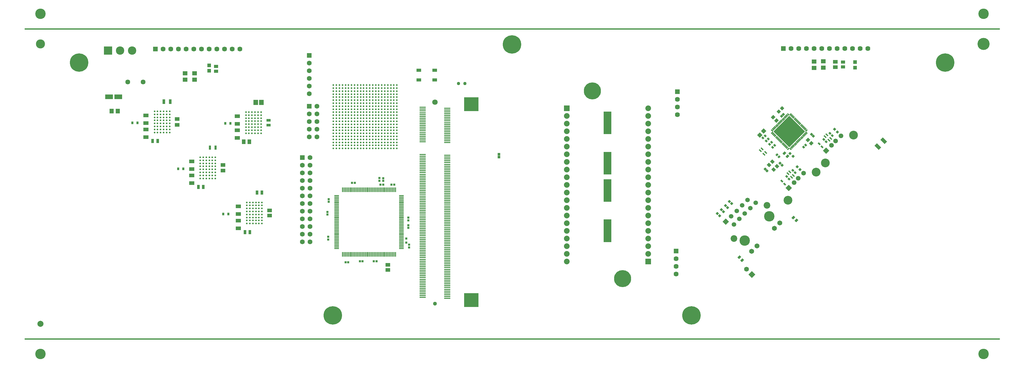
<source format=gbr>
G04 Generated by UcamX,v2020.12-210212 on 2021.4.29*
%FSLAX26Y26*%
%MOIN*%
%ADD10R,0.057087X0.064961*%
%ADD11R,0.098425X0.064961*%
%ADD12R,0.082677X0.017717*%
%ADD13R,0.185039X0.181102*%
%AMREC*21,1-$4,$1,$2,0,0,$3*%
%ADD14REC,0.291340X0.291340X45.00X0*%
%ADD15REC,0.031108X0.014961X45.00X0*%
%ADD16REC,0.031108X0.014961X135.00X0*%
%ADD17REC,0.043312X0.039370X135.00X0*%
%ADD18REC,0.028741X0.025980X45.00X0*%
%ADD19REC,0.039370X0.017712X135.00X0*%
%ADD20REC,0.028346X0.028346X45.00X0*%
%ADD21REC,0.028741X0.025980X135.00X0*%
%ADD22REC,0.043312X0.039370X45.00X0*%
%ADD23REC,0.042126X0.040155X135.00X0*%
%ADD24REC,0.031497X0.027556X135.00X0*%
%ADD25REC,0.039370X0.031497X45.00X0*%
%ADD26REC,0.031497X0.029527X45.00X0*%
%ADD27REC,0.047243X0.047243X45.00X0*%
%ADD28REC,0.032282X0.032282X45.00X0*%
%ADD29REC,0.034248X0.020473X135.00X0*%
%ADD30REC,0.076374X0.046063X135.00X0*%
%ADD31R,0.037402X0.057087*%
%ADD32R,0.059055X0.045276*%
%ADD33R,0.027559X0.035433*%
%ADD34R,0.069220X0.047461*%
%ADD35R,0.033709X0.061268*%
%ADD36R,0.061205X0.065205*%
%ADD37R,0.045276X0.061024*%
%ADD38R,0.057087X0.037402*%
%ADD39R,0.031496X0.055118*%
%ADD40R,0.061024X0.045276*%
%ADD41R,0.036417X0.056102*%
%ADD42R,0.059055X0.047244*%
%ADD43R,0.064961X0.043307*%
%ADD44C,0.043307*%
%ADD45C,0.022835*%
%ADD46R,0.102362X0.259843*%
%ADD47R,0.028346X0.028346*%
%ADD48R,0.057087X0.041339*%
%ADD49R,0.047244X0.047244*%
%ADD50R,0.061024X0.049213*%
%ADD51O,0.061024X0.015748*%
%ADD52O,0.015748X0.061024*%
%ADD53R,0.061811X0.049606*%
%ADD54R,0.062992X0.053150*%
%ADD55R,0.031496X0.029528*%
%ADD56R,0.032283X0.032283*%
%ADD57R,0.028740X0.025984*%
%ADD58R,0.102106X0.294488*%
%ADD59R,0.109055X0.109055*%
%ADD60C,0.109055*%
%ADD61C,0.063583*%
%ADD62C,0.114173*%
%ADD63C,0.061024*%
%ADD64REC,0.061023X0.061023X45.00X0*%
%ADD65C,0.064961*%
%ADD66C,0.059055*%
%ADD67REC,0.059055X0.059055X45.00X0*%
%ADD68C,0.086614*%
%ADD69C,0.062992*%
%ADD70REC,0.062992X0.062992X45.00X0*%
%ADD71C,0.063780*%
%ADD72R,0.063780X0.063780*%
%ADD73C,0.073937*%
%ADD74R,0.062992X0.062992*%
%ADD75C,0.063937*%
%ADD76R,0.063937X0.063937*%
%ADD77R,0.073937X0.073937*%
%ADD78C,0.023622*%
%ADD79C,0.021654*%
%ADD80C,0.135827*%
%ADD81C,0.051181*%
%ADD82C,0.070866*%
%ADD83C,0.240157*%
%ADD84C,0.222835*%
%ADD85C,0.078740*%
%ADD86C,0.118110*%
%ADD87C,0.157480*%
%ADD88C,0.015748*%
%SRX1Y1I0.000000J0.000000*%
G04 layer name: mask-top*
%LPD*%
D10*
X1202823Y3368453D03*
X1124082D03*
D11*
X1208492Y3553453D03*
X1088413D03*
D12*
X5171449Y1125480D03*
X5494283Y1113669D03*
X5171449Y1101858D03*
X5494283Y1090047D03*
X5171449Y2968000D03*
X5494283Y2956193D03*
X5171449Y2802646D03*
X5494283Y2790835D03*
X5171449Y1054614D03*
X5494283Y1042803D03*
X5171449Y1030992D03*
X5494283Y1019181D03*
X5171449Y1007370D03*
X5494283Y995559D03*
X5171449Y960126D03*
X5494283Y948315D03*
X5171449Y936504D03*
X5494283Y924697D03*
Y2530992D03*
Y2507370D03*
Y2601858D03*
X5171449Y3086110D03*
Y3015244D03*
Y2330205D03*
X5494283Y3003433D03*
Y3027055D03*
Y2743591D03*
Y2719969D03*
X5171449Y3416819D03*
Y3345953D03*
X5494283Y3334142D03*
X5171449Y3275087D03*
X5494283Y3263276D03*
X5171449Y3204220D03*
X5494283Y3192409D03*
X5171449Y3133354D03*
X5494283Y3121543D03*
X5171449Y3062488D03*
X5494283Y3050677D03*
X5171449Y2991622D03*
X5494283Y2979815D03*
X5171449Y2779024D03*
X5494283Y2767213D03*
X5171449Y2708157D03*
X5494283Y2696346D03*
X5171449Y2637291D03*
X5494283Y2625480D03*
X5171449Y2566425D03*
X5494283Y2554614D03*
X5171449Y2495563D03*
X5494283Y2483748D03*
X5171449Y2424697D03*
X5494283Y2412882D03*
X5171449Y2353827D03*
X5494283Y2342016D03*
X5171449Y2282961D03*
X5494283Y2271150D03*
X5171449Y2212094D03*
X5494283Y2200283D03*
X5171449Y2141228D03*
X5494283Y2129417D03*
X5171449Y2070362D03*
X5494283Y2058551D03*
X5171449Y1999496D03*
X5494283Y1987685D03*
X5171449Y1928630D03*
X5494283Y1916823D03*
X5171449Y1857764D03*
X5494283Y1845953D03*
X5171449Y1786898D03*
Y1716031D03*
X5494283Y1704220D03*
X5171449Y1645165D03*
X5494283Y1633354D03*
X5171449Y1574299D03*
X5494283Y1562488D03*
X5171449Y1503437D03*
X5494283Y1491622D03*
X5171449Y1432571D03*
Y1361701D03*
X5494283Y1349890D03*
Y1302646D03*
X5171449Y1290835D03*
X5494283Y1279024D03*
X5171449Y1149102D03*
X5494283Y1137291D03*
X5171449Y1078236D03*
X5494283Y1066425D03*
X5171449Y983748D03*
X5494283Y971941D03*
X5171449Y3298709D03*
Y3322331D03*
Y3393201D03*
Y3369579D03*
Y2377453D03*
Y2306583D03*
Y2259339D03*
Y2235717D03*
Y2401071D03*
X5494283Y3381386D03*
Y3357764D03*
Y2578236D03*
X5171449Y1338079D03*
Y1314457D03*
X5494283Y1160913D03*
X5171449Y1172724D03*
X5494283Y1184535D03*
Y1208157D03*
X5171449Y1219969D03*
X5494283Y1231780D03*
X5171449Y1243591D03*
X5494283Y1255402D03*
X5171449Y1267213D03*
X5494283Y1326268D03*
Y1373512D03*
X5171449Y1385327D03*
X5494283Y1397134D03*
X5171449Y1408949D03*
X5494283Y1420756D03*
Y1444378D03*
X5171449Y1456189D03*
X5494283Y1468000D03*
X5171449Y1479811D03*
X5494283Y1515244D03*
X5171449Y1527055D03*
X5494283Y1538866D03*
X5171449Y1550677D03*
X5494283Y1586110D03*
X5171449Y1597921D03*
X5494283Y1609732D03*
X5171449Y1621543D03*
X5494283Y1656976D03*
X5171449Y1668787D03*
X5494283Y1680598D03*
X5171449Y1692409D03*
X5494283Y1727843D03*
X5171449Y1739654D03*
X5494283Y1751465D03*
X5171449Y1763276D03*
X5494283Y1775087D03*
Y1798709D03*
X5171449Y1810520D03*
X5494283Y1822331D03*
X5171449Y1834142D03*
X5494283Y1869575D03*
X5171449Y1881386D03*
X5494283Y1893201D03*
X5171449Y1905008D03*
X5494283Y1940441D03*
X5171449Y1952252D03*
X5494283Y1964067D03*
X5171449Y1975874D03*
X5494283Y2011307D03*
X5171449Y2023118D03*
X5494283Y2034929D03*
X5171449Y2046740D03*
X5494283Y2082173D03*
X5171449Y2093984D03*
X5494283Y2105795D03*
X5171449Y2117606D03*
X5494283Y2153039D03*
X5171449Y2164850D03*
X5494283Y2176661D03*
X5171449Y2188472D03*
X5494283Y2223906D03*
Y2247528D03*
X5171449Y2448319D03*
Y2471937D03*
Y2519181D03*
Y2542803D03*
Y2590047D03*
Y2613669D03*
X5494283Y3145165D03*
Y3168787D03*
Y3216031D03*
Y3239654D03*
Y3286898D03*
Y3310520D03*
Y3405008D03*
Y2294772D03*
Y2436504D03*
X5171449Y3038866D03*
X5494283Y2389260D03*
X5171449Y3156976D03*
Y3180598D03*
X5494283Y2318394D03*
Y3097921D03*
Y2365638D03*
Y2460126D03*
Y3074299D03*
Y2649102D03*
X5171449Y3251465D03*
Y2660913D03*
Y1196346D03*
Y2755402D03*
Y2684535D03*
X5494283Y2672724D03*
X5171449Y2731780D03*
Y3109732D03*
Y3227843D03*
D13*
X5805307Y901071D03*
Y3456189D03*
D14*
X9946890Y3100559D03*
D15*
X9931299Y2876177D03*
X9917378Y2890098D03*
X9903460Y2904016D03*
X9889539Y2917937D03*
X9875622Y2931854D03*
X9861701Y2945776D03*
X9847783Y2959697D03*
X9833862Y2973614D03*
X9819941Y2987535D03*
X9806023Y3001453D03*
X9792102Y3015374D03*
X9778185Y3029291D03*
X9764264Y3043213D03*
X9750346Y3057130D03*
X9736425Y3071051D03*
X9722508Y3084969D03*
X9962476Y3324941D03*
X9976397Y3311020D03*
X9990315Y3297102D03*
X10004236Y3283181D03*
X10018153Y3269264D03*
X10032075Y3255343D03*
X10045992Y3241425D03*
X10059913Y3227504D03*
X10073834Y3213587D03*
X10087752Y3199665D03*
X10101673Y3185748D03*
X10115590Y3171827D03*
X10129512Y3157909D03*
X10143429Y3143988D03*
X10157350Y3130067D03*
X10171268Y3116150D03*
D16*
X9722508D03*
X9736425Y3130067D03*
X9750346Y3143988D03*
X9764264Y3157909D03*
X9778185Y3171827D03*
X9792102Y3185748D03*
X9806023Y3199665D03*
X9819941Y3213587D03*
X9833862Y3227504D03*
X9847783Y3241425D03*
X9861701Y3255343D03*
X9875622Y3269264D03*
X9889539Y3283181D03*
X9903460Y3297102D03*
X9917378Y3311020D03*
X9931299Y3324941D03*
X10171268Y3084969D03*
X10157350Y3071051D03*
X10143429Y3057130D03*
X10129512Y3043213D03*
X10115590Y3029291D03*
X10101673Y3015374D03*
X10087752Y3001453D03*
X10073834Y2987535D03*
X10059913Y2973614D03*
X10045992Y2959697D03*
X10032075Y2945776D03*
X10018153Y2931854D03*
X10004236Y2917937D03*
X9990315Y2904016D03*
X9976397Y2890098D03*
X9962476Y2876177D03*
D17*
X9784842Y2646732D03*
X9724988Y2706583D03*
X9681838Y2663433D03*
X9741693Y2603579D03*
D18*
X9812602Y2769567D03*
X9785602Y2796571D03*
D19*
X9593720Y2875303D03*
X9641047Y2827976D03*
X9617386Y2804311D03*
X9570059Y2851638D03*
X9953441Y2576028D03*
X10000768Y2528701D03*
X9977102Y2505035D03*
X9929779Y2552362D03*
X10437807Y3058980D03*
X10485134Y3011654D03*
X10461472Y2987992D03*
X10414145Y3035315D03*
D20*
X9632016Y2611606D03*
X9657071Y2586551D03*
X9826252Y2686638D03*
X9851307Y2661583D03*
X10234882Y3065713D03*
X10259937Y3040657D03*
X9845972Y3300870D03*
X9871027Y3325925D03*
D21*
X9673303Y3003752D03*
X9646299Y2976748D03*
X10134205Y2897555D03*
X10161208Y2924555D03*
X9631586Y3045472D03*
X9604582Y3018469D03*
X9756744Y2920315D03*
X9729740Y2893311D03*
X9715023Y2962035D03*
X9688019Y2935031D03*
D22*
X9780362Y3243043D03*
X9735819Y3287587D03*
X10188366Y2992016D03*
X10232909Y2947472D03*
D23*
X9853205Y3405685D03*
X9810055Y3362535D03*
D24*
X9913193Y2513417D03*
X9943815Y2482795D03*
X9992386Y2594028D03*
X10023012Y2563402D03*
X10394732Y2999197D03*
X10425354Y2968575D03*
X10476756Y3076980D03*
X10507378Y3046358D03*
D25*
X9923240Y2779138D03*
X9884268Y2818114D03*
X10039913Y1939803D03*
X10000941Y1978776D03*
X9334220Y1420787D03*
X9295248Y1459760D03*
D26*
X9957086Y2814587D03*
X9994669Y2777004D03*
X10085886Y2605177D03*
X10048303Y2642760D03*
X10573791Y3093083D03*
X10536208Y3130665D03*
D27*
X9611720Y3106217D03*
X9561610Y3056106D03*
D28*
X9010193Y2030484D03*
X9038031Y2002646D03*
X9061811Y2082102D03*
X9089653Y2054264D03*
X9115067Y2134913D03*
X9142905Y2107075D03*
X9167878Y2188169D03*
X9195716Y2160331D03*
D29*
X9850315Y2453256D03*
X9887897Y2415673D03*
X10335390Y2939744D03*
X10372972Y2902161D03*
D30*
X11098252Y2904177D03*
X11175645Y2981571D03*
D31*
X1657547Y2976878D03*
X1722508D03*
X2252547Y2376878D03*
X2317508D03*
X2859516Y1788138D03*
X2924476D03*
D32*
X1977527Y3189476D03*
Y3264280D03*
D33*
X1393886Y3214378D03*
X1460815D03*
X2670815Y3206878D03*
X2603886D03*
X1988886Y2614378D03*
X2055815D03*
X2642783Y2023138D03*
X2575854D03*
D34*
X1570027Y3026626D03*
Y3127130D03*
Y3312130D03*
Y3211626D03*
X2760027Y3302130D03*
Y3201626D03*
Y3016626D03*
Y3117130D03*
X2165027Y2712130D03*
Y2426626D03*
Y2527130D03*
Y2611626D03*
X2771996Y2123390D03*
Y2022886D03*
Y1837886D03*
Y1938390D03*
D35*
X1887350Y3491878D03*
X1802705D03*
D36*
X3071476Y3481878D03*
X2998579D03*
D37*
X2916445Y2966878D03*
X2843610D03*
D38*
X3167527Y3184398D03*
Y3249358D03*
D39*
X2477429Y2891878D03*
X2402626D03*
D40*
X2572527Y2590461D03*
Y2663295D03*
D41*
X3078492Y2303138D03*
X3015500D03*
D42*
X3179496Y2003689D03*
Y2072587D03*
D43*
X5123327Y3901461D03*
X5330019D03*
Y3775476D03*
X5123327D03*
D44*
X5723453Y3728453D03*
X5638453D03*
D45*
X4837299Y3707283D03*
X4797929Y3667913D03*
X4679819Y3549803D03*
X4837299Y3392323D03*
Y3195472D03*
X4561705Y3156102D03*
X4679819Y3037992D03*
X4561705Y3431693D03*
X4522334Y3707283D03*
Y3392323D03*
X4482968D03*
X4522334Y3352953D03*
Y3313583D03*
X4443598Y3392323D03*
X4404228D03*
X4443598Y3313583D03*
X4404228D03*
X4364858Y3392323D03*
X4522334Y3274213D03*
Y3234843D03*
X4482968Y3195472D03*
X4522334D03*
X4443598Y3274213D03*
Y3195472D03*
X4404228D03*
Y3274213D03*
X4364858Y3195472D03*
X4837299Y2880512D03*
X4797929Y2919882D03*
X4522334Y2880512D03*
X4325488Y3707283D03*
Y3352953D03*
Y3392323D03*
Y3234843D03*
Y3195472D03*
Y3313583D03*
Y3274213D03*
Y2880512D03*
X4286118Y3431693D03*
Y3156102D03*
X4049897Y3667913D03*
X4168008Y3549803D03*
X4010527Y3707283D03*
Y3392323D03*
Y3195472D03*
X4168008Y3037992D03*
X4049897Y2919882D03*
X4010527Y2880512D03*
Y3667913D03*
Y3628543D03*
Y3589173D03*
Y3549803D03*
Y3510433D03*
Y3471063D03*
Y3431693D03*
Y3352953D03*
Y3313583D03*
Y3274213D03*
Y3234843D03*
Y3156102D03*
Y3116732D03*
Y3077362D03*
Y3037992D03*
Y2998622D03*
Y2959252D03*
Y2919882D03*
X4049897Y3707283D03*
Y3628543D03*
Y3589173D03*
Y3549803D03*
Y3510433D03*
Y3471063D03*
Y3431693D03*
Y3392323D03*
Y3352953D03*
Y3313583D03*
Y3274213D03*
Y3234843D03*
Y3195472D03*
Y3156102D03*
Y3116732D03*
Y3077362D03*
Y3037992D03*
Y2998622D03*
Y2959252D03*
Y2880512D03*
X4089268Y3707283D03*
Y3667913D03*
Y3628543D03*
Y3589173D03*
Y3549803D03*
Y3510433D03*
Y3471063D03*
Y3431693D03*
Y3392323D03*
Y3352953D03*
Y3313583D03*
Y3274213D03*
Y3234843D03*
Y3195472D03*
Y3156102D03*
Y3116732D03*
Y3077362D03*
Y3037992D03*
Y2998622D03*
Y2959252D03*
Y2919882D03*
Y2880512D03*
X4128638Y3707283D03*
Y3667913D03*
Y3628543D03*
Y3589173D03*
Y3549803D03*
Y3510433D03*
Y3471063D03*
Y3431693D03*
Y3392323D03*
Y3352953D03*
Y3313583D03*
Y3274213D03*
Y3234843D03*
Y3195472D03*
Y3156102D03*
Y3116732D03*
Y3077362D03*
Y3037992D03*
Y2998622D03*
Y2959252D03*
Y2919882D03*
Y2880512D03*
X4168008Y3707283D03*
Y3667913D03*
Y3628543D03*
Y3589173D03*
Y3510433D03*
Y3471063D03*
Y3431693D03*
Y3392323D03*
Y3352953D03*
Y3313583D03*
Y3274213D03*
Y3234843D03*
Y3195472D03*
Y3156102D03*
Y3116732D03*
Y3077362D03*
Y2998622D03*
Y2959252D03*
Y2919882D03*
Y2880512D03*
X4207378Y3707283D03*
Y3667913D03*
Y3628543D03*
Y3589173D03*
Y3549803D03*
Y3510433D03*
Y3471063D03*
Y3431693D03*
Y3392323D03*
Y3352953D03*
Y3313583D03*
Y3274213D03*
Y3234843D03*
Y3195472D03*
Y3156102D03*
Y3116732D03*
Y3077362D03*
Y3037992D03*
Y2998622D03*
Y2959252D03*
Y2919882D03*
Y2880512D03*
X4246748Y3707283D03*
Y3667913D03*
Y3628543D03*
Y3589173D03*
Y3549803D03*
Y3510433D03*
Y3471063D03*
Y3431693D03*
Y3392323D03*
Y3352953D03*
Y3313583D03*
Y3274213D03*
Y3234843D03*
Y3195472D03*
Y3156102D03*
Y3116732D03*
Y3077362D03*
Y3037992D03*
Y2998622D03*
Y2959252D03*
Y2919882D03*
Y2880512D03*
X4286118Y3707283D03*
Y3667913D03*
Y3628543D03*
Y3589173D03*
Y3549803D03*
Y3510433D03*
Y3471063D03*
Y3392323D03*
Y3352953D03*
Y3313583D03*
Y3274213D03*
Y3234843D03*
Y3195472D03*
Y3116732D03*
Y3077362D03*
Y3037992D03*
Y2998622D03*
Y2959252D03*
Y2919882D03*
Y2880512D03*
X4325488Y3667913D03*
Y3628543D03*
Y3589173D03*
Y3549803D03*
Y3510433D03*
Y3471063D03*
Y3431693D03*
Y3156102D03*
Y3116732D03*
Y3077362D03*
Y3037992D03*
Y2998622D03*
Y2959252D03*
Y2919882D03*
X4364858Y3707283D03*
Y3667913D03*
Y3628543D03*
Y3589173D03*
Y3549803D03*
Y3510433D03*
Y3471063D03*
Y3431693D03*
Y3352953D03*
Y3313583D03*
Y3274213D03*
Y3234843D03*
Y3156102D03*
Y3116732D03*
Y3077362D03*
Y3037992D03*
Y2998622D03*
Y2959252D03*
Y2919882D03*
Y2880512D03*
X4404228Y3707283D03*
Y3667913D03*
Y3628543D03*
Y3589173D03*
Y3549803D03*
Y3510433D03*
Y3471063D03*
Y3431693D03*
Y3352953D03*
Y3234843D03*
Y3156102D03*
Y3116732D03*
Y3077362D03*
Y3037992D03*
Y2998622D03*
Y2959252D03*
Y2919882D03*
Y2880512D03*
X4443598Y3707283D03*
Y3667913D03*
Y3628543D03*
Y3589173D03*
Y3549803D03*
Y3510433D03*
Y3471063D03*
Y3431693D03*
Y3352953D03*
Y3234843D03*
Y3156102D03*
Y3116732D03*
Y3077362D03*
Y3037992D03*
Y2998622D03*
Y2959252D03*
Y2919882D03*
Y2880512D03*
X4482968Y3707283D03*
Y3667913D03*
Y3628543D03*
Y3589173D03*
Y3549803D03*
Y3510433D03*
Y3471063D03*
Y3431693D03*
Y3352953D03*
Y3313583D03*
Y3274213D03*
Y3234843D03*
Y3156102D03*
Y3116732D03*
Y3077362D03*
Y3037992D03*
Y2998622D03*
Y2959252D03*
Y2919882D03*
Y2880512D03*
X4522334Y3667913D03*
Y3628543D03*
Y3589173D03*
Y3549803D03*
Y3510433D03*
Y3471063D03*
Y3431693D03*
Y3156102D03*
Y3116732D03*
Y3077362D03*
Y3037992D03*
Y2998622D03*
Y2959252D03*
Y2919882D03*
X4561705Y3707283D03*
Y3667913D03*
Y3628543D03*
Y3589173D03*
Y3549803D03*
Y3510433D03*
Y3471063D03*
Y3392323D03*
Y3352953D03*
Y3313583D03*
Y3274213D03*
Y3234843D03*
Y3195472D03*
Y3116732D03*
Y3077362D03*
Y3037992D03*
Y2998622D03*
Y2959252D03*
Y2919882D03*
Y2880512D03*
X4601075Y3707283D03*
Y3667913D03*
Y3628543D03*
Y3589173D03*
Y3549803D03*
Y3510433D03*
Y3471063D03*
Y3431693D03*
Y3392323D03*
Y3352953D03*
Y3313583D03*
Y3274213D03*
Y3234843D03*
Y3195472D03*
Y3156102D03*
Y3116732D03*
Y3077362D03*
Y3037992D03*
Y2998622D03*
Y2959252D03*
Y2919882D03*
Y2880512D03*
X4640445Y3707283D03*
Y3667913D03*
Y3628543D03*
Y3589173D03*
Y3549803D03*
Y3510433D03*
Y3471063D03*
Y3431693D03*
Y3392323D03*
Y3352953D03*
Y3313583D03*
Y3274213D03*
Y3234843D03*
Y3195472D03*
Y3156102D03*
Y3116732D03*
Y3077362D03*
Y3037992D03*
Y2998622D03*
Y2959252D03*
Y2919882D03*
Y2880512D03*
X4679819Y3707283D03*
Y3667913D03*
Y3628543D03*
Y3589173D03*
Y3510433D03*
Y3471063D03*
Y3431693D03*
Y3392323D03*
Y3352953D03*
Y3313583D03*
Y3274213D03*
Y3234843D03*
Y3195472D03*
Y3156102D03*
Y3116732D03*
Y3077362D03*
Y2998622D03*
Y2959252D03*
Y2919882D03*
Y2880512D03*
X4719189Y3707283D03*
Y3667913D03*
Y3628543D03*
Y3589173D03*
Y3549803D03*
Y3510433D03*
Y3471063D03*
Y3431693D03*
Y3392323D03*
Y3352953D03*
Y3313583D03*
Y3274213D03*
Y3234843D03*
Y3195472D03*
Y3156102D03*
Y3116732D03*
Y3077362D03*
Y3037992D03*
Y2998622D03*
Y2959252D03*
Y2919882D03*
Y2880512D03*
X4758559Y3707283D03*
Y3667913D03*
Y3628543D03*
Y3589173D03*
Y3549803D03*
Y3510433D03*
Y3471063D03*
Y3431693D03*
Y3392323D03*
Y3352953D03*
Y3313583D03*
Y3274213D03*
Y3234843D03*
Y3195472D03*
Y3156102D03*
Y3116732D03*
Y3077362D03*
Y3037992D03*
Y2998622D03*
Y2959252D03*
Y2919882D03*
Y2880512D03*
X4797929Y3707283D03*
Y3628543D03*
Y3589173D03*
Y3549803D03*
Y3510433D03*
Y3471063D03*
Y3431693D03*
Y3392323D03*
Y3352953D03*
Y3313583D03*
Y3274213D03*
Y3234843D03*
Y3195472D03*
Y3156102D03*
Y3116732D03*
Y3077362D03*
Y3037992D03*
Y2998622D03*
Y2959252D03*
Y2880512D03*
X4837299Y3667913D03*
Y3628543D03*
Y3589173D03*
Y3549803D03*
Y3510433D03*
Y3471063D03*
Y3431693D03*
Y3352953D03*
Y3313583D03*
Y3274213D03*
Y3234843D03*
Y3156102D03*
Y3116732D03*
Y3077362D03*
Y3037992D03*
Y2998622D03*
Y2959252D03*
Y2919882D03*
D46*
X7579555Y3197335D03*
Y1823209D03*
Y2315335D03*
Y2705209D03*
D47*
X4987283Y1942606D03*
Y1879039D03*
X4996519Y1589252D03*
X3948201Y2218917D03*
X3931874Y2052220D03*
X3942614Y1727528D03*
X3931874Y2016787D03*
X3942614Y1692098D03*
X4987283Y1978039D03*
Y1843606D03*
X4996519Y1624685D03*
X3948201Y2183488D03*
X4660283Y2456606D03*
Y2492039D03*
X4802000Y2406323D03*
X4536567Y1407323D03*
X4355567D03*
X4288000Y2431327D03*
X4168236Y1395193D03*
X4391000Y1407323D03*
X4203669Y1395193D03*
X4572000Y1407323D03*
X4252563Y2431327D03*
X4658000Y2407327D03*
X4622563D03*
X4766563Y2406323D03*
D48*
X2483453Y3886957D03*
X10647295Y3945787D03*
X2483453Y3949949D03*
X10647295Y4008780D03*
D49*
X2393453Y3894988D03*
X10803453Y4006811D03*
X2393453Y3965854D03*
X10803453Y3935945D03*
D50*
X10547295Y3941850D03*
Y4012717D03*
D51*
X4896527Y2186075D03*
Y1890795D03*
Y1949850D03*
X4052039Y2186075D03*
Y2028591D03*
Y1693949D03*
X4896527Y2264811D03*
Y2245126D03*
Y2225445D03*
Y2205756D03*
Y2166386D03*
Y2146705D03*
Y2127016D03*
Y2107335D03*
Y2087646D03*
Y2067965D03*
Y2048276D03*
Y2028591D03*
Y2008906D03*
Y1989220D03*
Y1969535D03*
Y1930165D03*
Y1910480D03*
Y1871110D03*
Y1851425D03*
Y1831740D03*
Y1812055D03*
Y1792370D03*
Y1772685D03*
Y1753000D03*
Y1733319D03*
Y1713630D03*
Y1693949D03*
Y1674260D03*
Y1654579D03*
Y1634890D03*
Y1615209D03*
Y1595520D03*
Y1575839D03*
X4052039D03*
Y1595520D03*
Y1615209D03*
Y1634890D03*
Y1654579D03*
Y1674260D03*
Y1713630D03*
Y1733319D03*
Y1753000D03*
Y1772685D03*
Y1792370D03*
Y1812055D03*
Y1831740D03*
Y1851425D03*
Y1871110D03*
Y1890795D03*
Y1910480D03*
Y1930165D03*
Y1949850D03*
Y1969535D03*
Y1989220D03*
Y2008906D03*
Y2048276D03*
Y2067965D03*
Y2087646D03*
Y2107335D03*
Y2127016D03*
Y2146705D03*
Y2166386D03*
Y2205756D03*
Y2225445D03*
Y2245126D03*
Y2264811D03*
D52*
X4700661Y2342567D03*
X4779401D03*
X4543181Y1498083D03*
X4366016D03*
X4287275Y2342567D03*
X4188850Y1498083D03*
X4818771D03*
X4799086D03*
X4779401D03*
X4759716D03*
X4740031D03*
X4720346D03*
X4700661D03*
X4680976D03*
X4661291D03*
X4641606D03*
X4621921D03*
X4602236D03*
X4582551D03*
X4562866D03*
X4523496D03*
X4503811D03*
X4484126D03*
X4464441D03*
X4444756D03*
X4425071D03*
X4405386D03*
X4385701D03*
X4346331D03*
X4326645D03*
X4306960D03*
X4287275D03*
X4267590D03*
X4247905D03*
X4228220D03*
X4208535D03*
X4169165D03*
X4149480D03*
X4129795D03*
Y2342567D03*
X4149480D03*
X4169165D03*
X4188850D03*
X4208535D03*
X4228220D03*
X4247905D03*
X4267590D03*
X4306960D03*
X4326645D03*
X4346331D03*
X4366016D03*
X4385701D03*
X4405386D03*
X4425071D03*
X4444756D03*
X4464441D03*
X4484126D03*
X4503811D03*
X4523496D03*
X4543181D03*
X4562866D03*
X4582551D03*
X4602236D03*
X4621921D03*
X4641606D03*
X4661291D03*
X4680976D03*
X4720346D03*
X4740031D03*
X4759716D03*
X4799086D03*
X4818771D03*
D53*
X4720331Y1293228D03*
Y1362122D03*
D54*
X2203453Y3861130D03*
Y3778453D03*
X10268453Y4014685D03*
Y3932008D03*
X10389610Y4016654D03*
Y3933976D03*
X2078453Y3861130D03*
Y3778453D03*
D55*
X4958283Y1703898D03*
Y1650748D03*
D56*
X6165771Y2766563D03*
Y2805933D03*
D57*
X4610771Y2456972D03*
Y2495161D03*
D58*
X7579642Y3214657D03*
X7579472Y1805886D03*
X7579642Y2332657D03*
X7579472Y2687886D03*
D59*
X1077547Y4158453D03*
D60*
X1233453D03*
X1389358D03*
D61*
X1532862Y3748453D03*
X1334043D03*
D62*
X10781496Y3056020D03*
X10415693Y2690217D03*
X10295008Y2569528D03*
X9929205Y2203724D03*
D63*
X10620586Y3045996D03*
X10550992Y2976398D03*
X10495311Y2920720D03*
X10134098Y2559508D03*
X10064500Y2489909D03*
X10008823Y2434232D03*
D64*
X10425716Y2851122D03*
X9939224Y2364634D03*
D65*
X9824464Y1907799D03*
X9753752Y1837087D03*
X9526031Y1609366D03*
X9455319Y1538657D03*
D66*
X9509189Y2172130D03*
X9438476Y2101417D03*
X9367768Y2030709D03*
X9297055Y1959996D03*
X9403122Y2207484D03*
X9332413Y2136772D03*
X9261701Y2066063D03*
X9190992Y1995350D03*
X9226346Y1889287D03*
D67*
X9120279Y1924642D03*
D68*
X9226346Y1705551D03*
X9657571Y2136772D03*
D69*
X9389689Y1304508D03*
X3696283Y3331772D03*
Y3231772D03*
Y3031772D03*
X3707283Y1860772D03*
X3696283Y3995772D03*
Y3895772D03*
Y3795772D03*
Y3695772D03*
Y3595772D03*
X3796283Y3431772D03*
Y3331772D03*
Y3231772D03*
X3696283Y3131772D03*
X3796283D03*
Y3031772D03*
X3707283Y1660772D03*
X3607283D03*
X3707283Y1760772D03*
X3607283D03*
Y1860772D03*
X3707283Y1960772D03*
X3607283D03*
X3707283Y2060772D03*
X3607283D03*
X3707283Y2160772D03*
X3607283D03*
X3707283Y2260772D03*
X3607283D03*
X3707283Y2360772D03*
X3607283D03*
X3707283Y2460772D03*
X3607283D03*
X3707283Y2560772D03*
X3607283D03*
X3707283Y2660772D03*
X3607283D03*
X3707283Y2760772D03*
D70*
X9460397Y1233799D03*
D71*
X2793453Y4178453D03*
X2693453D03*
X2393453D03*
X2293453D03*
X2193453D03*
X2093453D03*
X1993453D03*
X1893453D03*
X1793453D03*
X2493453D03*
X2593453D03*
X9968453Y4183453D03*
X10068453D03*
X10168453D03*
X10268453D03*
X10368453D03*
X10468453D03*
X10568453D03*
X10668453D03*
X10768453D03*
X10868453D03*
X10968453D03*
D72*
X1693453Y4178453D03*
X9868453Y4183453D03*
D73*
X8109555Y2406051D03*
X7049555D03*
X8109555Y1506051D03*
Y1606051D03*
Y1706051D03*
Y1806051D03*
Y1906051D03*
Y2006051D03*
Y2106051D03*
Y2206051D03*
Y2306051D03*
Y2506051D03*
Y2606051D03*
Y2706051D03*
Y2806051D03*
Y2906051D03*
Y3006051D03*
Y3106051D03*
Y3206051D03*
Y3306051D03*
Y3406051D03*
X7049555Y3306051D03*
Y3206051D03*
Y3106051D03*
Y3006051D03*
Y2906051D03*
Y2806051D03*
Y2706051D03*
Y2606051D03*
Y2506051D03*
Y2306051D03*
Y2206051D03*
Y2106051D03*
Y2006051D03*
Y1906051D03*
Y1806051D03*
Y1706051D03*
Y1606051D03*
Y1506051D03*
Y1406051D03*
D74*
X3696283Y4095772D03*
X3607283Y2760772D03*
X3696283Y3431772D03*
D75*
X8488177Y3321051D03*
Y3421051D03*
Y3521051D03*
X8471559Y1242272D03*
Y1342272D03*
Y1442272D03*
D76*
X8488177Y3621051D03*
X8471559Y1542272D03*
D77*
X8109555Y1406051D03*
X7049555Y3406051D03*
D78*
X9946890Y3284295D03*
X9977512Y3253673D03*
X10008134Y3223051D03*
X10038756Y3192429D03*
X10069378Y3161807D03*
X10100000Y3131181D03*
X10130626Y3100559D03*
X9916264Y3253673D03*
X9946890Y3223051D03*
X9977512Y3192429D03*
X10008134Y3161807D03*
X10038756Y3131181D03*
X10069378Y3100559D03*
X10100000Y3069937D03*
X9885642Y3223051D03*
X9916264Y3192429D03*
X9946890Y3161807D03*
X9977512Y3131181D03*
X10008134Y3100559D03*
X10038756Y3069937D03*
X10069378Y3039315D03*
X9855019Y3192429D03*
X9885642Y3161807D03*
X9916264Y3131181D03*
X9946890Y3100559D03*
X9977512Y3069937D03*
X10008134Y3039315D03*
X10038756Y3008693D03*
X9824397Y3161807D03*
X9855019Y3131181D03*
X9885642Y3100559D03*
X9916264Y3069937D03*
X9946890Y3039315D03*
X9977512Y3008693D03*
X10008134Y2978067D03*
X9793775Y3131181D03*
X9824397Y3100559D03*
X9855019Y3069937D03*
X9885642Y3039315D03*
X9916264Y3008693D03*
X9946890Y2978067D03*
X9977512Y2947445D03*
X9763149Y3100559D03*
X9793775Y3069937D03*
X9824397Y3039315D03*
X9855019Y3008693D03*
X9885642Y2978067D03*
X9916264Y2947445D03*
X9946890Y2916823D03*
D79*
X1681602Y3246563D03*
X1720972D03*
Y3207193D03*
Y3167823D03*
X1878453D03*
Y3128453D03*
X1799712D03*
Y3089083D03*
X1839082Y3128453D03*
Y3089083D03*
X1720972D03*
X1760342D03*
X1839082Y3285933D03*
X1878453D03*
X1681602D03*
X1720972D03*
X1760342D03*
X1799712D03*
X1760342Y3246563D03*
X1799712D03*
X1839082D03*
X1878453D03*
X1760342Y3207193D03*
X1799712D03*
X1839082D03*
X1878453D03*
X1760342Y3167823D03*
X1799712D03*
X1839082D03*
X1760342Y3128453D03*
X1681602Y3089083D03*
X1878453D03*
X1681602Y3207193D03*
Y3167823D03*
Y3128453D03*
X1720972D03*
X1681602Y3364673D03*
X1720972D03*
X1760342D03*
X1799712D03*
X1839082D03*
X1878453D03*
X1681602Y3325303D03*
X1720972D03*
X1760342D03*
X1799712D03*
X1839082D03*
X1878453D03*
X3068453Y3079083D03*
X3029082D03*
X2989712D03*
X2950342D03*
X2910972D03*
X2871602D03*
X3068453Y3118453D03*
X3029082D03*
X2989712D03*
X2950342D03*
X2910972D03*
X2871602D03*
X3068453Y3157823D03*
X3029082D03*
X2989712D03*
X2950342D03*
X2910972D03*
X2871602D03*
X3068453Y3197193D03*
X3029082D03*
X2989712D03*
X2950342D03*
X2910972D03*
X2871602D03*
X3068453Y3236563D03*
X3029082D03*
X2989712D03*
X2950342D03*
X2910972D03*
X2871602D03*
X3068453Y3275933D03*
X3029082D03*
X2989712D03*
X2950342D03*
X2910972D03*
X2871602D03*
X3068453Y3315303D03*
X3029082D03*
X2989712D03*
X2950342D03*
X2910972D03*
X2871602D03*
X3068453Y3354673D03*
X3029082D03*
X2989712D03*
X2950342D03*
X2910972D03*
X2871602D03*
X2473453Y2489083D03*
X2276602D03*
X2355342Y2528453D03*
X2434082Y2567823D03*
X2394712D03*
X2355342D03*
X2473453Y2607193D03*
X2434082D03*
X2394712D03*
X2355342D03*
X2473453Y2646563D03*
X2434082D03*
X2394712D03*
X2355342D03*
X2394712Y2685933D03*
X2355342D03*
X2315972D03*
X2276602D03*
X2473453Y2725303D03*
X2434082D03*
X2394712D03*
X2355342D03*
X2315972D03*
X2276602D03*
X2473453Y2764673D03*
X2434082D03*
X2394712D03*
X2355342D03*
X2315972D03*
X2276602D03*
X2315972Y2528453D03*
X2276602D03*
Y2567823D03*
Y2607193D03*
X2473453Y2685933D03*
X2434082D03*
X2355342Y2489083D03*
X2315972D03*
X2434082D03*
Y2528453D03*
X2394712Y2489083D03*
Y2528453D03*
X2473453D03*
Y2567823D03*
X2315972D03*
Y2607193D03*
Y2646563D03*
X2276602D03*
X3080421Y1900343D03*
X3041051D03*
X3001681D03*
X2962311D03*
X2922941D03*
X2883571D03*
X3080421Y1939713D03*
X3041051D03*
X3001681D03*
X2962311D03*
X2922941D03*
X2883571D03*
X3080421Y1979083D03*
X3041051D03*
X3001681D03*
X2962311D03*
X2922941D03*
X2883571D03*
X3080421Y2018453D03*
X3041051D03*
X3001681D03*
X2962311D03*
X2922941D03*
X2883571D03*
X3080421Y2057823D03*
X3041051D03*
X3001681D03*
X2962311D03*
X2922941D03*
X2883571D03*
X3080421Y2097193D03*
X3041051D03*
X3001681D03*
X2962311D03*
X2922941D03*
X2883571D03*
X3080421Y2136563D03*
X3041051D03*
X3001681D03*
X2962311D03*
X2922941D03*
X2883571D03*
X3080421Y2175933D03*
X3041051D03*
X3001681D03*
X2962311D03*
X2922941D03*
X2883571D03*
D80*
X9367768Y1677154D03*
X9685964Y1995350D03*
X196851Y196850D03*
Y4636823D03*
X12477346Y196850D03*
Y4636823D03*
D81*
X5332866Y855795D03*
D82*
Y3485717D03*
D83*
X699252Y4002339D03*
X11974949D03*
X8672374Y699764D03*
X4001827D03*
X6337102Y4239185D03*
D84*
X7774909Y1181642D03*
X7384201Y3630461D03*
D85*
X196851Y590551D03*
D86*
Y4243122D03*
D87*
X12477346D03*
D88*
X-5000Y393701D02*
X12679197D01*
X-5000Y4439973D02*
X12679197D01*
%LPD*%
M02*

</source>
